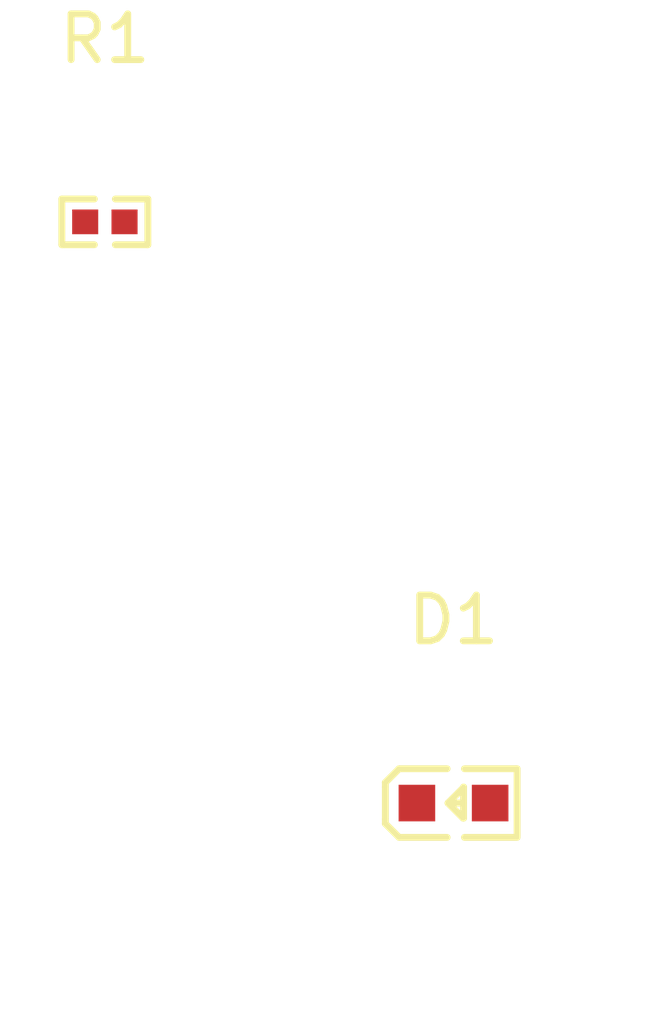
<source format=kicad_pcb>
(kicad_pcb (version 20221018) (generator pcbnew)
  (layers (0 "F.Cu" signal) (31 "B.Cu" signal) (34 "B.Paste" user) (35 "F.Paste" user) (36 "B.SilkS" user "B.Silkscreen") (37 "F.SilkS" user "F.Silkscreen") (38 "B.Mask" user) (39 "F.Mask" user) (44 "Edge.Cuts" user))
  (net 0 "")
  (net 1 "D1-2")
  (net 2 "D1-1-R1-1")
  (net 3 "R1-2")
  (footprint "lcsc:LED0603-RD" (layer "F.Cu") (at 128.6275 81.28)
    (fp_text reference "D1" (at 0 -4) (layer "F.SilkS"))
    (fp_text value "ColoredLED")
    (fp_line (start -1.49 -0.45) (end -1.19 -0.75) (stroke (width 0.15)) (layer "F.SilkS"))
    (fp_line (start -1.49 -0.35) (end -1.49 -0.45) (stroke (width 0.15)) (layer "F.SilkS"))
    (fp_line (start -1.49 -0.35) (end -1.49 0.35) (stroke (width 0.15)) (layer "F.SilkS"))
    (fp_line (start -1.49 0.35) (end -1.49 0.45) (stroke (width 0.15)) (layer "F.SilkS"))
    (fp_line (start -1.49 0.45) (end -1.19 0.75) (stroke (width 0.15)) (layer "F.SilkS"))
    (fp_line (start -0.14 -0.75) (end -1.19 -0.75) (stroke (width 0.15)) (layer "F.SilkS"))
    (fp_line (start -0.14 0.75) (end -1.19 0.75) (stroke (width 0.15)) (layer "F.SilkS"))
    (fp_line (start 0.21 0.33) (end -0.12 0) (stroke (width 0.15)) (layer "F.SilkS"))
    (fp_line (start 0.22 -0.35) (end 0.22 -0.34) (stroke (width 0.15)) (layer "F.SilkS"))
    (fp_line (start 0.22 -0.35) (end 0.22 0.33) (stroke (width 0.15)) (layer "F.SilkS"))
    (fp_line (start 0.22 -0.34) (end -0.12 0) (stroke (width 0.15)) (layer "F.SilkS"))
    (fp_line (start 0.22 0) (end -0.12 0) (stroke (width 0.15)) (layer "F.SilkS"))
    (fp_line (start 0.22 0.33) (end 0.21 0.33) (stroke (width 0.15)) (layer "F.SilkS"))
    (fp_line (start 0.24 -0.75) (end 1.39 -0.75) (stroke (width 0.15)) (layer "F.SilkS"))
    (fp_line (start 0.24 0.75) (end 1.39 0.75) (stroke (width 0.15)) (layer "F.SilkS"))
    (fp_line (start 1.39 -0.75) (end 1.39 0.73) (stroke (width 0.15)) (layer "F.SilkS"))
    (pad "1" smd rect (at -0.8 0 90) (size 0.8 0.8) (layers "F.Cu" "F.Paste" "F.Mask") (net 2 "D1-1-R1-1"))
    (pad "2" smd rect (at 0.8 0 90) (size 0.8 0.8) (layers "F.Cu" "F.Paste" "F.Mask") (net 1 "D1-2"))
  )
  (footprint "lcsc:R0402" (layer "F.Cu") (at 121.0075 68.58)
    (fp_text reference "R1" (at 0 -4) (layer "F.SilkS"))
    (fp_text value "4.7kΩ")
    (fp_line (start -0.94 -0.5) (end -0.23 -0.5) (stroke (width 0.15)) (layer "F.SilkS"))
    (fp_line (start -0.94 0.5) (end -0.94 -0.5) (stroke (width 0.15)) (layer "F.SilkS"))
    (fp_line (start -0.23 0.5) (end -0.94 0.5) (stroke (width 0.15)) (layer "F.SilkS"))
    (fp_line (start 0.23 0.5) (end 0.94 0.5) (stroke (width 0.15)) (layer "F.SilkS"))
    (fp_line (start 0.94 -0.5) (end 0.23 -0.5) (stroke (width 0.15)) (layer "F.SilkS"))
    (fp_line (start 0.94 0.5) (end 0.94 -0.5) (stroke (width 0.15)) (layer "F.SilkS"))
    (pad "1" smd rect (at -0.43 0) (size 0.57 0.54) (layers "F.Cu" "F.Paste" "F.Mask") (net 2 "D1-1-R1-1"))
    (pad "2" smd rect (at 0.43 0) (size 0.57 0.54) (layers "F.Cu" "F.Paste" "F.Mask") (net 3 "R1-2"))
  )
)
</source>
